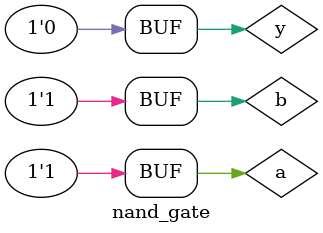
<source format=v>
module nand_gate;
    reg a, b;
    wire y;
    nand nand_gate(y, a, b);
    initial begin
        #0 a = 0;
        b = 0;
        #5 a = 0;
        b = 1;
        #5 a = 1;
        b = 0;
        #5 a = 1;
        b = 1;
    end
    initial begin
        $monitor($time, "a = %b, b = %b, y = %b", a, b, y);
    end
    initial begin
        $dumpfile("nand_gate.vcd");
        $dumpvars(0, nand_gate);
    end
endmodule
</source>
